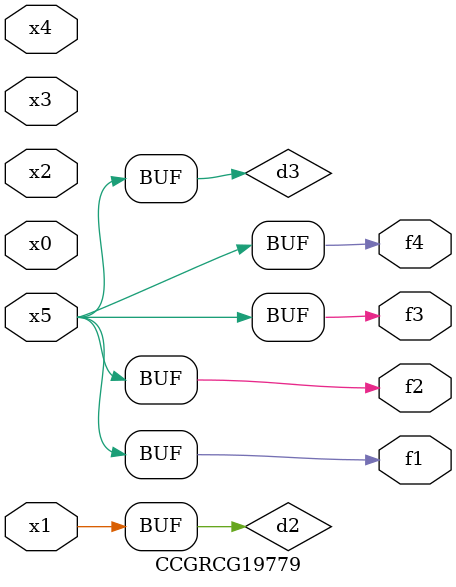
<source format=v>
module CCGRCG19779(
	input x0, x1, x2, x3, x4, x5,
	output f1, f2, f3, f4
);

	wire d1, d2, d3;

	not (d1, x5);
	or (d2, x1);
	xnor (d3, d1);
	assign f1 = d3;
	assign f2 = d3;
	assign f3 = d3;
	assign f4 = d3;
endmodule

</source>
